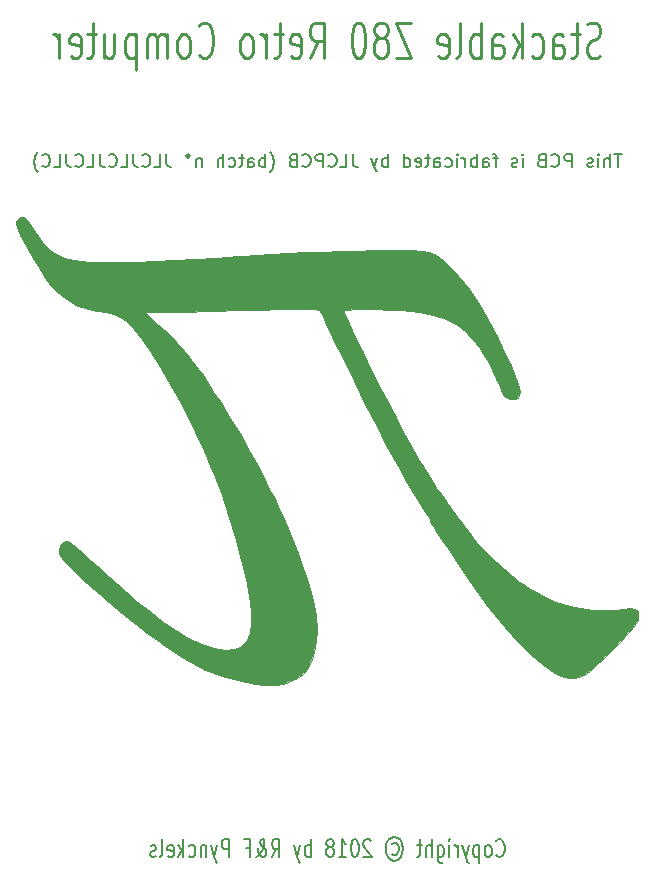
<source format=gbo>
%TF.GenerationSoftware,KiCad,Pcbnew,(5.0.0)*%
%TF.CreationDate,2018-10-23T17:27:05+02:00*%
%TF.ProjectId,S80 Serial,5338302053657269616C2E6B69636164,1.0*%
%TF.SameCoordinates,Original*%
%TF.FileFunction,Legend,Bot*%
%TF.FilePolarity,Positive*%
%FSLAX46Y46*%
G04 Gerber Fmt 4.6, Leading zero omitted, Abs format (unit mm)*
G04 Created by KiCad (PCBNEW (5.0.0)) date 10/23/18 17:27:05*
%MOMM*%
%LPD*%
G01*
G04 APERTURE LIST*
%ADD10C,0.150000*%
%ADD11C,0.250000*%
%ADD12C,0.010000*%
G04 APERTURE END LIST*
D10*
X174759523Y-79397619D02*
X174130952Y-79397619D01*
X174445238Y-80497619D02*
X174445238Y-79397619D01*
X173764285Y-80497619D02*
X173764285Y-79397619D01*
X173292857Y-80497619D02*
X173292857Y-79921428D01*
X173345238Y-79816666D01*
X173450000Y-79764285D01*
X173607142Y-79764285D01*
X173711904Y-79816666D01*
X173764285Y-79869047D01*
X172769047Y-80497619D02*
X172769047Y-79764285D01*
X172769047Y-79397619D02*
X172821428Y-79450000D01*
X172769047Y-79502380D01*
X172716666Y-79450000D01*
X172769047Y-79397619D01*
X172769047Y-79502380D01*
X172297619Y-80445238D02*
X172192857Y-80497619D01*
X171983333Y-80497619D01*
X171878571Y-80445238D01*
X171826190Y-80340476D01*
X171826190Y-80288095D01*
X171878571Y-80183333D01*
X171983333Y-80130952D01*
X172140476Y-80130952D01*
X172245238Y-80078571D01*
X172297619Y-79973809D01*
X172297619Y-79921428D01*
X172245238Y-79816666D01*
X172140476Y-79764285D01*
X171983333Y-79764285D01*
X171878571Y-79816666D01*
X170516666Y-80497619D02*
X170516666Y-79397619D01*
X170097619Y-79397619D01*
X169992857Y-79450000D01*
X169940476Y-79502380D01*
X169888095Y-79607142D01*
X169888095Y-79764285D01*
X169940476Y-79869047D01*
X169992857Y-79921428D01*
X170097619Y-79973809D01*
X170516666Y-79973809D01*
X168788095Y-80392857D02*
X168840476Y-80445238D01*
X168997619Y-80497619D01*
X169102380Y-80497619D01*
X169259523Y-80445238D01*
X169364285Y-80340476D01*
X169416666Y-80235714D01*
X169469047Y-80026190D01*
X169469047Y-79869047D01*
X169416666Y-79659523D01*
X169364285Y-79554761D01*
X169259523Y-79450000D01*
X169102380Y-79397619D01*
X168997619Y-79397619D01*
X168840476Y-79450000D01*
X168788095Y-79502380D01*
X167950000Y-79921428D02*
X167792857Y-79973809D01*
X167740476Y-80026190D01*
X167688095Y-80130952D01*
X167688095Y-80288095D01*
X167740476Y-80392857D01*
X167792857Y-80445238D01*
X167897619Y-80497619D01*
X168316666Y-80497619D01*
X168316666Y-79397619D01*
X167950000Y-79397619D01*
X167845238Y-79450000D01*
X167792857Y-79502380D01*
X167740476Y-79607142D01*
X167740476Y-79711904D01*
X167792857Y-79816666D01*
X167845238Y-79869047D01*
X167950000Y-79921428D01*
X168316666Y-79921428D01*
X166378571Y-80497619D02*
X166378571Y-79764285D01*
X166378571Y-79397619D02*
X166430952Y-79450000D01*
X166378571Y-79502380D01*
X166326190Y-79450000D01*
X166378571Y-79397619D01*
X166378571Y-79502380D01*
X165907142Y-80445238D02*
X165802380Y-80497619D01*
X165592857Y-80497619D01*
X165488095Y-80445238D01*
X165435714Y-80340476D01*
X165435714Y-80288095D01*
X165488095Y-80183333D01*
X165592857Y-80130952D01*
X165750000Y-80130952D01*
X165854761Y-80078571D01*
X165907142Y-79973809D01*
X165907142Y-79921428D01*
X165854761Y-79816666D01*
X165750000Y-79764285D01*
X165592857Y-79764285D01*
X165488095Y-79816666D01*
X164283333Y-79764285D02*
X163864285Y-79764285D01*
X164126190Y-80497619D02*
X164126190Y-79554761D01*
X164073809Y-79450000D01*
X163969047Y-79397619D01*
X163864285Y-79397619D01*
X163026190Y-80497619D02*
X163026190Y-79921428D01*
X163078571Y-79816666D01*
X163183333Y-79764285D01*
X163392857Y-79764285D01*
X163497619Y-79816666D01*
X163026190Y-80445238D02*
X163130952Y-80497619D01*
X163392857Y-80497619D01*
X163497619Y-80445238D01*
X163550000Y-80340476D01*
X163550000Y-80235714D01*
X163497619Y-80130952D01*
X163392857Y-80078571D01*
X163130952Y-80078571D01*
X163026190Y-80026190D01*
X162502380Y-80497619D02*
X162502380Y-79397619D01*
X162502380Y-79816666D02*
X162397619Y-79764285D01*
X162188095Y-79764285D01*
X162083333Y-79816666D01*
X162030952Y-79869047D01*
X161978571Y-79973809D01*
X161978571Y-80288095D01*
X162030952Y-80392857D01*
X162083333Y-80445238D01*
X162188095Y-80497619D01*
X162397619Y-80497619D01*
X162502380Y-80445238D01*
X161507142Y-80497619D02*
X161507142Y-79764285D01*
X161507142Y-79973809D02*
X161454761Y-79869047D01*
X161402380Y-79816666D01*
X161297619Y-79764285D01*
X161192857Y-79764285D01*
X160826190Y-80497619D02*
X160826190Y-79764285D01*
X160826190Y-79397619D02*
X160878571Y-79450000D01*
X160826190Y-79502380D01*
X160773809Y-79450000D01*
X160826190Y-79397619D01*
X160826190Y-79502380D01*
X159830952Y-80445238D02*
X159935714Y-80497619D01*
X160145238Y-80497619D01*
X160250000Y-80445238D01*
X160302380Y-80392857D01*
X160354761Y-80288095D01*
X160354761Y-79973809D01*
X160302380Y-79869047D01*
X160250000Y-79816666D01*
X160145238Y-79764285D01*
X159935714Y-79764285D01*
X159830952Y-79816666D01*
X158888095Y-80497619D02*
X158888095Y-79921428D01*
X158940476Y-79816666D01*
X159045238Y-79764285D01*
X159254761Y-79764285D01*
X159359523Y-79816666D01*
X158888095Y-80445238D02*
X158992857Y-80497619D01*
X159254761Y-80497619D01*
X159359523Y-80445238D01*
X159411904Y-80340476D01*
X159411904Y-80235714D01*
X159359523Y-80130952D01*
X159254761Y-80078571D01*
X158992857Y-80078571D01*
X158888095Y-80026190D01*
X158521428Y-79764285D02*
X158102380Y-79764285D01*
X158364285Y-79397619D02*
X158364285Y-80340476D01*
X158311904Y-80445238D01*
X158207142Y-80497619D01*
X158102380Y-80497619D01*
X157316666Y-80445238D02*
X157421428Y-80497619D01*
X157630952Y-80497619D01*
X157735714Y-80445238D01*
X157788095Y-80340476D01*
X157788095Y-79921428D01*
X157735714Y-79816666D01*
X157630952Y-79764285D01*
X157421428Y-79764285D01*
X157316666Y-79816666D01*
X157264285Y-79921428D01*
X157264285Y-80026190D01*
X157788095Y-80130952D01*
X156321428Y-80497619D02*
X156321428Y-79397619D01*
X156321428Y-80445238D02*
X156426190Y-80497619D01*
X156635714Y-80497619D01*
X156740476Y-80445238D01*
X156792857Y-80392857D01*
X156845238Y-80288095D01*
X156845238Y-79973809D01*
X156792857Y-79869047D01*
X156740476Y-79816666D01*
X156635714Y-79764285D01*
X156426190Y-79764285D01*
X156321428Y-79816666D01*
X154959523Y-80497619D02*
X154959523Y-79397619D01*
X154959523Y-79816666D02*
X154854761Y-79764285D01*
X154645238Y-79764285D01*
X154540476Y-79816666D01*
X154488095Y-79869047D01*
X154435714Y-79973809D01*
X154435714Y-80288095D01*
X154488095Y-80392857D01*
X154540476Y-80445238D01*
X154645238Y-80497619D01*
X154854761Y-80497619D01*
X154959523Y-80445238D01*
X154069047Y-79764285D02*
X153807142Y-80497619D01*
X153545238Y-79764285D02*
X153807142Y-80497619D01*
X153911904Y-80759523D01*
X153964285Y-80811904D01*
X154069047Y-80864285D01*
X151973809Y-79397619D02*
X151973809Y-80183333D01*
X152026190Y-80340476D01*
X152130952Y-80445238D01*
X152288095Y-80497619D01*
X152392857Y-80497619D01*
X150926190Y-80497619D02*
X151450000Y-80497619D01*
X151450000Y-79397619D01*
X149930952Y-80392857D02*
X149983333Y-80445238D01*
X150140476Y-80497619D01*
X150245238Y-80497619D01*
X150402380Y-80445238D01*
X150507142Y-80340476D01*
X150559523Y-80235714D01*
X150611904Y-80026190D01*
X150611904Y-79869047D01*
X150559523Y-79659523D01*
X150507142Y-79554761D01*
X150402380Y-79450000D01*
X150245238Y-79397619D01*
X150140476Y-79397619D01*
X149983333Y-79450000D01*
X149930952Y-79502380D01*
X149459523Y-80497619D02*
X149459523Y-79397619D01*
X149040476Y-79397619D01*
X148935714Y-79450000D01*
X148883333Y-79502380D01*
X148830952Y-79607142D01*
X148830952Y-79764285D01*
X148883333Y-79869047D01*
X148935714Y-79921428D01*
X149040476Y-79973809D01*
X149459523Y-79973809D01*
X147730952Y-80392857D02*
X147783333Y-80445238D01*
X147940476Y-80497619D01*
X148045238Y-80497619D01*
X148202380Y-80445238D01*
X148307142Y-80340476D01*
X148359523Y-80235714D01*
X148411904Y-80026190D01*
X148411904Y-79869047D01*
X148359523Y-79659523D01*
X148307142Y-79554761D01*
X148202380Y-79450000D01*
X148045238Y-79397619D01*
X147940476Y-79397619D01*
X147783333Y-79450000D01*
X147730952Y-79502380D01*
X146892857Y-79921428D02*
X146735714Y-79973809D01*
X146683333Y-80026190D01*
X146630952Y-80130952D01*
X146630952Y-80288095D01*
X146683333Y-80392857D01*
X146735714Y-80445238D01*
X146840476Y-80497619D01*
X147259523Y-80497619D01*
X147259523Y-79397619D01*
X146892857Y-79397619D01*
X146788095Y-79450000D01*
X146735714Y-79502380D01*
X146683333Y-79607142D01*
X146683333Y-79711904D01*
X146735714Y-79816666D01*
X146788095Y-79869047D01*
X146892857Y-79921428D01*
X147259523Y-79921428D01*
X145007142Y-80916666D02*
X145059523Y-80864285D01*
X145164285Y-80707142D01*
X145216666Y-80602380D01*
X145269047Y-80445238D01*
X145321428Y-80183333D01*
X145321428Y-79973809D01*
X145269047Y-79711904D01*
X145216666Y-79554761D01*
X145164285Y-79450000D01*
X145059523Y-79292857D01*
X145007142Y-79240476D01*
X144588095Y-80497619D02*
X144588095Y-79397619D01*
X144588095Y-79816666D02*
X144483333Y-79764285D01*
X144273809Y-79764285D01*
X144169047Y-79816666D01*
X144116666Y-79869047D01*
X144064285Y-79973809D01*
X144064285Y-80288095D01*
X144116666Y-80392857D01*
X144169047Y-80445238D01*
X144273809Y-80497619D01*
X144483333Y-80497619D01*
X144588095Y-80445238D01*
X143121428Y-80497619D02*
X143121428Y-79921428D01*
X143173809Y-79816666D01*
X143278571Y-79764285D01*
X143488095Y-79764285D01*
X143592857Y-79816666D01*
X143121428Y-80445238D02*
X143226190Y-80497619D01*
X143488095Y-80497619D01*
X143592857Y-80445238D01*
X143645238Y-80340476D01*
X143645238Y-80235714D01*
X143592857Y-80130952D01*
X143488095Y-80078571D01*
X143226190Y-80078571D01*
X143121428Y-80026190D01*
X142754761Y-79764285D02*
X142335714Y-79764285D01*
X142597619Y-79397619D02*
X142597619Y-80340476D01*
X142545238Y-80445238D01*
X142440476Y-80497619D01*
X142335714Y-80497619D01*
X141497619Y-80445238D02*
X141602380Y-80497619D01*
X141811904Y-80497619D01*
X141916666Y-80445238D01*
X141969047Y-80392857D01*
X142021428Y-80288095D01*
X142021428Y-79973809D01*
X141969047Y-79869047D01*
X141916666Y-79816666D01*
X141811904Y-79764285D01*
X141602380Y-79764285D01*
X141497619Y-79816666D01*
X141026190Y-80497619D02*
X141026190Y-79397619D01*
X140554761Y-80497619D02*
X140554761Y-79921428D01*
X140607142Y-79816666D01*
X140711904Y-79764285D01*
X140869047Y-79764285D01*
X140973809Y-79816666D01*
X141026190Y-79869047D01*
X139192857Y-79764285D02*
X139192857Y-80497619D01*
X139192857Y-79869047D02*
X139140476Y-79816666D01*
X139035714Y-79764285D01*
X138878571Y-79764285D01*
X138773809Y-79816666D01*
X138721428Y-79921428D01*
X138721428Y-80497619D01*
X138040476Y-79397619D02*
X138145238Y-79450000D01*
X138197619Y-79554761D01*
X138145238Y-79659523D01*
X138040476Y-79711904D01*
X137935714Y-79659523D01*
X137883333Y-79554761D01*
X137935714Y-79450000D01*
X138040476Y-79397619D01*
X136207142Y-79397619D02*
X136207142Y-80183333D01*
X136259523Y-80340476D01*
X136364285Y-80445238D01*
X136521428Y-80497619D01*
X136626190Y-80497619D01*
X135159523Y-80497619D02*
X135683333Y-80497619D01*
X135683333Y-79397619D01*
X134164285Y-80392857D02*
X134216666Y-80445238D01*
X134373809Y-80497619D01*
X134478571Y-80497619D01*
X134635714Y-80445238D01*
X134740476Y-80340476D01*
X134792857Y-80235714D01*
X134845238Y-80026190D01*
X134845238Y-79869047D01*
X134792857Y-79659523D01*
X134740476Y-79554761D01*
X134635714Y-79450000D01*
X134478571Y-79397619D01*
X134373809Y-79397619D01*
X134216666Y-79450000D01*
X134164285Y-79502380D01*
X133378571Y-79397619D02*
X133378571Y-80183333D01*
X133430952Y-80340476D01*
X133535714Y-80445238D01*
X133692857Y-80497619D01*
X133797619Y-80497619D01*
X132330952Y-80497619D02*
X132854761Y-80497619D01*
X132854761Y-79397619D01*
X131335714Y-80392857D02*
X131388095Y-80445238D01*
X131545238Y-80497619D01*
X131649999Y-80497619D01*
X131807142Y-80445238D01*
X131911904Y-80340476D01*
X131964285Y-80235714D01*
X132016666Y-80026190D01*
X132016666Y-79869047D01*
X131964285Y-79659523D01*
X131911904Y-79554761D01*
X131807142Y-79450000D01*
X131649999Y-79397619D01*
X131545238Y-79397619D01*
X131388095Y-79450000D01*
X131335714Y-79502380D01*
X130549999Y-79397619D02*
X130549999Y-80183333D01*
X130602380Y-80340476D01*
X130707142Y-80445238D01*
X130864285Y-80497619D01*
X130969047Y-80497619D01*
X129502380Y-80497619D02*
X130026190Y-80497619D01*
X130026190Y-79397619D01*
X128507142Y-80392857D02*
X128559523Y-80445238D01*
X128716666Y-80497619D01*
X128821428Y-80497619D01*
X128978571Y-80445238D01*
X129083333Y-80340476D01*
X129135714Y-80235714D01*
X129188095Y-80026190D01*
X129188095Y-79869047D01*
X129135714Y-79659523D01*
X129083333Y-79554761D01*
X128978571Y-79450000D01*
X128821428Y-79397619D01*
X128716666Y-79397619D01*
X128559523Y-79450000D01*
X128507142Y-79502380D01*
X127721428Y-79397619D02*
X127721428Y-80183333D01*
X127773809Y-80340476D01*
X127878571Y-80445238D01*
X128035714Y-80497619D01*
X128140476Y-80497619D01*
X126673809Y-80497619D02*
X127197619Y-80497619D01*
X127197619Y-79397619D01*
X125678571Y-80392857D02*
X125730952Y-80445238D01*
X125888095Y-80497619D01*
X125992857Y-80497619D01*
X126149999Y-80445238D01*
X126254761Y-80340476D01*
X126307142Y-80235714D01*
X126359523Y-80026190D01*
X126359523Y-79869047D01*
X126307142Y-79659523D01*
X126254761Y-79554761D01*
X126149999Y-79450000D01*
X125992857Y-79397619D01*
X125888095Y-79397619D01*
X125730952Y-79450000D01*
X125678571Y-79502380D01*
X125311904Y-80916666D02*
X125259523Y-80864285D01*
X125154761Y-80707142D01*
X125102380Y-80602380D01*
X125049999Y-80445238D01*
X124997619Y-80183333D01*
X124997619Y-79973809D01*
X125049999Y-79711904D01*
X125102380Y-79554761D01*
X125154761Y-79450000D01*
X125259523Y-79292857D01*
X125311904Y-79240476D01*
X164155710Y-138782834D02*
X164208091Y-138854262D01*
X164365234Y-138925691D01*
X164469996Y-138925691D01*
X164627139Y-138854262D01*
X164731900Y-138711405D01*
X164784281Y-138568548D01*
X164836662Y-138282834D01*
X164836662Y-138068548D01*
X164784281Y-137782834D01*
X164731900Y-137639977D01*
X164627139Y-137497120D01*
X164469996Y-137425691D01*
X164365234Y-137425691D01*
X164208091Y-137497120D01*
X164155710Y-137568548D01*
X163527139Y-138925691D02*
X163631900Y-138854262D01*
X163684281Y-138782834D01*
X163736662Y-138639977D01*
X163736662Y-138211405D01*
X163684281Y-138068548D01*
X163631900Y-137997120D01*
X163527139Y-137925691D01*
X163369996Y-137925691D01*
X163265234Y-137997120D01*
X163212853Y-138068548D01*
X163160472Y-138211405D01*
X163160472Y-138639977D01*
X163212853Y-138782834D01*
X163265234Y-138854262D01*
X163369996Y-138925691D01*
X163527139Y-138925691D01*
X162689043Y-137925691D02*
X162689043Y-139425691D01*
X162689043Y-137997120D02*
X162584281Y-137925691D01*
X162374758Y-137925691D01*
X162269996Y-137997120D01*
X162217615Y-138068548D01*
X162165234Y-138211405D01*
X162165234Y-138639977D01*
X162217615Y-138782834D01*
X162269996Y-138854262D01*
X162374758Y-138925691D01*
X162584281Y-138925691D01*
X162689043Y-138854262D01*
X161798567Y-137925691D02*
X161536662Y-138925691D01*
X161274758Y-137925691D02*
X161536662Y-138925691D01*
X161641424Y-139282834D01*
X161693805Y-139354262D01*
X161798567Y-139425691D01*
X160855710Y-138925691D02*
X160855710Y-137925691D01*
X160855710Y-138211405D02*
X160803329Y-138068548D01*
X160750948Y-137997120D01*
X160646186Y-137925691D01*
X160541424Y-137925691D01*
X160174758Y-138925691D02*
X160174758Y-137925691D01*
X160174758Y-137425691D02*
X160227139Y-137497120D01*
X160174758Y-137568548D01*
X160122377Y-137497120D01*
X160174758Y-137425691D01*
X160174758Y-137568548D01*
X159179520Y-137925691D02*
X159179520Y-139139977D01*
X159231900Y-139282834D01*
X159284281Y-139354262D01*
X159389043Y-139425691D01*
X159546186Y-139425691D01*
X159650948Y-139354262D01*
X159179520Y-138854262D02*
X159284281Y-138925691D01*
X159493805Y-138925691D01*
X159598567Y-138854262D01*
X159650948Y-138782834D01*
X159703329Y-138639977D01*
X159703329Y-138211405D01*
X159650948Y-138068548D01*
X159598567Y-137997120D01*
X159493805Y-137925691D01*
X159284281Y-137925691D01*
X159179520Y-137997120D01*
X158655710Y-138925691D02*
X158655710Y-137425691D01*
X158184281Y-138925691D02*
X158184281Y-138139977D01*
X158236662Y-137997120D01*
X158341424Y-137925691D01*
X158498567Y-137925691D01*
X158603329Y-137997120D01*
X158655710Y-138068548D01*
X157817615Y-137925691D02*
X157398567Y-137925691D01*
X157660472Y-137425691D02*
X157660472Y-138711405D01*
X157608091Y-138854262D01*
X157503329Y-138925691D01*
X157398567Y-138925691D01*
X155303329Y-137782834D02*
X155408091Y-137711405D01*
X155617615Y-137711405D01*
X155722377Y-137782834D01*
X155827139Y-137925691D01*
X155879520Y-138068548D01*
X155879520Y-138354262D01*
X155827139Y-138497120D01*
X155722377Y-138639977D01*
X155617615Y-138711405D01*
X155408091Y-138711405D01*
X155303329Y-138639977D01*
X155512853Y-137211405D02*
X155774758Y-137282834D01*
X156036662Y-137497120D01*
X156193805Y-137854262D01*
X156246186Y-138211405D01*
X156193805Y-138568548D01*
X156036662Y-138925691D01*
X155774758Y-139139977D01*
X155512853Y-139211405D01*
X155250948Y-139139977D01*
X154989043Y-138925691D01*
X154831900Y-138568548D01*
X154779520Y-138211405D01*
X154831900Y-137854262D01*
X154989043Y-137497120D01*
X155250948Y-137282834D01*
X155512853Y-137211405D01*
X153522377Y-137568548D02*
X153469996Y-137497120D01*
X153365234Y-137425691D01*
X153103329Y-137425691D01*
X152998567Y-137497120D01*
X152946186Y-137568548D01*
X152893805Y-137711405D01*
X152893805Y-137854262D01*
X152946186Y-138068548D01*
X153574758Y-138925691D01*
X152893805Y-138925691D01*
X152212853Y-137425691D02*
X152108091Y-137425691D01*
X152003329Y-137497120D01*
X151950948Y-137568548D01*
X151898567Y-137711405D01*
X151846186Y-137997120D01*
X151846186Y-138354262D01*
X151898567Y-138639977D01*
X151950948Y-138782834D01*
X152003329Y-138854262D01*
X152108091Y-138925691D01*
X152212853Y-138925691D01*
X152317615Y-138854262D01*
X152369996Y-138782834D01*
X152422377Y-138639977D01*
X152474758Y-138354262D01*
X152474758Y-137997120D01*
X152422377Y-137711405D01*
X152369996Y-137568548D01*
X152317615Y-137497120D01*
X152212853Y-137425691D01*
X150798567Y-138925691D02*
X151427139Y-138925691D01*
X151112853Y-138925691D02*
X151112853Y-137425691D01*
X151217615Y-137639977D01*
X151322377Y-137782834D01*
X151427139Y-137854262D01*
X150169996Y-138068548D02*
X150274758Y-137997120D01*
X150327139Y-137925691D01*
X150379520Y-137782834D01*
X150379520Y-137711405D01*
X150327139Y-137568548D01*
X150274758Y-137497120D01*
X150169996Y-137425691D01*
X149960472Y-137425691D01*
X149855710Y-137497120D01*
X149803329Y-137568548D01*
X149750948Y-137711405D01*
X149750948Y-137782834D01*
X149803329Y-137925691D01*
X149855710Y-137997120D01*
X149960472Y-138068548D01*
X150169996Y-138068548D01*
X150274758Y-138139977D01*
X150327139Y-138211405D01*
X150379520Y-138354262D01*
X150379520Y-138639977D01*
X150327139Y-138782834D01*
X150274758Y-138854262D01*
X150169996Y-138925691D01*
X149960472Y-138925691D01*
X149855710Y-138854262D01*
X149803329Y-138782834D01*
X149750948Y-138639977D01*
X149750948Y-138354262D01*
X149803329Y-138211405D01*
X149855710Y-138139977D01*
X149960472Y-138068548D01*
X148441424Y-138925691D02*
X148441424Y-137425691D01*
X148441424Y-137997120D02*
X148336662Y-137925691D01*
X148127139Y-137925691D01*
X148022377Y-137997120D01*
X147969996Y-138068548D01*
X147917615Y-138211405D01*
X147917615Y-138639977D01*
X147969996Y-138782834D01*
X148022377Y-138854262D01*
X148127139Y-138925691D01*
X148336662Y-138925691D01*
X148441424Y-138854262D01*
X147550948Y-137925691D02*
X147289043Y-138925691D01*
X147027139Y-137925691D02*
X147289043Y-138925691D01*
X147393805Y-139282834D01*
X147446186Y-139354262D01*
X147550948Y-139425691D01*
X145141424Y-138925691D02*
X145508091Y-138211405D01*
X145769996Y-138925691D02*
X145769996Y-137425691D01*
X145350948Y-137425691D01*
X145246186Y-137497120D01*
X145193805Y-137568548D01*
X145141424Y-137711405D01*
X145141424Y-137925691D01*
X145193805Y-138068548D01*
X145246186Y-138139977D01*
X145350948Y-138211405D01*
X145769996Y-138211405D01*
X143779520Y-138925691D02*
X143831900Y-138925691D01*
X143936662Y-138854262D01*
X144093805Y-138639977D01*
X144355710Y-138211405D01*
X144460472Y-137997120D01*
X144512853Y-137782834D01*
X144512853Y-137639977D01*
X144460472Y-137497120D01*
X144355710Y-137425691D01*
X144303329Y-137425691D01*
X144198567Y-137497120D01*
X144146186Y-137639977D01*
X144146186Y-137711405D01*
X144198567Y-137854262D01*
X144250948Y-137925691D01*
X144565234Y-138211405D01*
X144617615Y-138282834D01*
X144669996Y-138425691D01*
X144669996Y-138639977D01*
X144617615Y-138782834D01*
X144565234Y-138854262D01*
X144460472Y-138925691D01*
X144303329Y-138925691D01*
X144198567Y-138854262D01*
X144146186Y-138782834D01*
X143989043Y-138497120D01*
X143936662Y-138282834D01*
X143936662Y-138139977D01*
X142941424Y-138139977D02*
X143308091Y-138139977D01*
X143308091Y-138925691D02*
X143308091Y-137425691D01*
X142784281Y-137425691D01*
X141527139Y-138925691D02*
X141527139Y-137425691D01*
X141108091Y-137425691D01*
X141003329Y-137497120D01*
X140950948Y-137568548D01*
X140898567Y-137711405D01*
X140898567Y-137925691D01*
X140950948Y-138068548D01*
X141003329Y-138139977D01*
X141108091Y-138211405D01*
X141527139Y-138211405D01*
X140531900Y-137925691D02*
X140269996Y-138925691D01*
X140008091Y-137925691D02*
X140269996Y-138925691D01*
X140374758Y-139282834D01*
X140427139Y-139354262D01*
X140531900Y-139425691D01*
X139589043Y-137925691D02*
X139589043Y-138925691D01*
X139589043Y-138068548D02*
X139536662Y-137997120D01*
X139431900Y-137925691D01*
X139274758Y-137925691D01*
X139169996Y-137997120D01*
X139117615Y-138139977D01*
X139117615Y-138925691D01*
X138122377Y-138854262D02*
X138227139Y-138925691D01*
X138436662Y-138925691D01*
X138541424Y-138854262D01*
X138593805Y-138782834D01*
X138646186Y-138639977D01*
X138646186Y-138211405D01*
X138593805Y-138068548D01*
X138541424Y-137997120D01*
X138436662Y-137925691D01*
X138227139Y-137925691D01*
X138122377Y-137997120D01*
X137650948Y-138925691D02*
X137650948Y-137425691D01*
X137546186Y-138354262D02*
X137231900Y-138925691D01*
X137231900Y-137925691D02*
X137650948Y-138497120D01*
X136341424Y-138854262D02*
X136446186Y-138925691D01*
X136655710Y-138925691D01*
X136760472Y-138854262D01*
X136812853Y-138711405D01*
X136812853Y-138139977D01*
X136760472Y-137997120D01*
X136655710Y-137925691D01*
X136446186Y-137925691D01*
X136341424Y-137997120D01*
X136289043Y-138139977D01*
X136289043Y-138282834D01*
X136812853Y-138425691D01*
X135660472Y-138925691D02*
X135765234Y-138854262D01*
X135817615Y-138711405D01*
X135817615Y-137425691D01*
X135293805Y-138854262D02*
X135189043Y-138925691D01*
X134979520Y-138925691D01*
X134874758Y-138854262D01*
X134822377Y-138711405D01*
X134822377Y-138639977D01*
X134874758Y-138497120D01*
X134979520Y-138425691D01*
X135136662Y-138425691D01*
X135241424Y-138354262D01*
X135293805Y-138211405D01*
X135293805Y-138139977D01*
X135241424Y-137997120D01*
X135136662Y-137925691D01*
X134979520Y-137925691D01*
X134874758Y-137997120D01*
D11*
X172955238Y-71124485D02*
X172669523Y-71267342D01*
X172193333Y-71267342D01*
X172002857Y-71124485D01*
X171907619Y-70981628D01*
X171812380Y-70695914D01*
X171812380Y-70410200D01*
X171907619Y-70124485D01*
X172002857Y-69981628D01*
X172193333Y-69838771D01*
X172574285Y-69695914D01*
X172764761Y-69553057D01*
X172860000Y-69410200D01*
X172955238Y-69124485D01*
X172955238Y-68838771D01*
X172860000Y-68553057D01*
X172764761Y-68410200D01*
X172574285Y-68267342D01*
X172098095Y-68267342D01*
X171812380Y-68410200D01*
X171240952Y-69267342D02*
X170479047Y-69267342D01*
X170955238Y-68267342D02*
X170955238Y-70838771D01*
X170860000Y-71124485D01*
X170669523Y-71267342D01*
X170479047Y-71267342D01*
X168955238Y-71267342D02*
X168955238Y-69695914D01*
X169050476Y-69410200D01*
X169240952Y-69267342D01*
X169621904Y-69267342D01*
X169812380Y-69410200D01*
X168955238Y-71124485D02*
X169145714Y-71267342D01*
X169621904Y-71267342D01*
X169812380Y-71124485D01*
X169907619Y-70838771D01*
X169907619Y-70553057D01*
X169812380Y-70267342D01*
X169621904Y-70124485D01*
X169145714Y-70124485D01*
X168955238Y-69981628D01*
X167145714Y-71124485D02*
X167336190Y-71267342D01*
X167717142Y-71267342D01*
X167907619Y-71124485D01*
X168002857Y-70981628D01*
X168098095Y-70695914D01*
X168098095Y-69838771D01*
X168002857Y-69553057D01*
X167907619Y-69410200D01*
X167717142Y-69267342D01*
X167336190Y-69267342D01*
X167145714Y-69410200D01*
X166288571Y-71267342D02*
X166288571Y-68267342D01*
X166098095Y-70124485D02*
X165526666Y-71267342D01*
X165526666Y-69267342D02*
X166288571Y-70410200D01*
X163812380Y-71267342D02*
X163812380Y-69695914D01*
X163907619Y-69410200D01*
X164098095Y-69267342D01*
X164479047Y-69267342D01*
X164669523Y-69410200D01*
X163812380Y-71124485D02*
X164002857Y-71267342D01*
X164479047Y-71267342D01*
X164669523Y-71124485D01*
X164764761Y-70838771D01*
X164764761Y-70553057D01*
X164669523Y-70267342D01*
X164479047Y-70124485D01*
X164002857Y-70124485D01*
X163812380Y-69981628D01*
X162860000Y-71267342D02*
X162860000Y-68267342D01*
X162860000Y-69410200D02*
X162669523Y-69267342D01*
X162288571Y-69267342D01*
X162098095Y-69410200D01*
X162002857Y-69553057D01*
X161907619Y-69838771D01*
X161907619Y-70695914D01*
X162002857Y-70981628D01*
X162098095Y-71124485D01*
X162288571Y-71267342D01*
X162669523Y-71267342D01*
X162860000Y-71124485D01*
X160764761Y-71267342D02*
X160955238Y-71124485D01*
X161050476Y-70838771D01*
X161050476Y-68267342D01*
X159240952Y-71124485D02*
X159431428Y-71267342D01*
X159812380Y-71267342D01*
X160002857Y-71124485D01*
X160098095Y-70838771D01*
X160098095Y-69695914D01*
X160002857Y-69410200D01*
X159812380Y-69267342D01*
X159431428Y-69267342D01*
X159240952Y-69410200D01*
X159145714Y-69695914D01*
X159145714Y-69981628D01*
X160098095Y-70267342D01*
X156955238Y-68267342D02*
X155621904Y-68267342D01*
X156955238Y-71267342D01*
X155621904Y-71267342D01*
X154574285Y-69553057D02*
X154764761Y-69410200D01*
X154860000Y-69267342D01*
X154955238Y-68981628D01*
X154955238Y-68838771D01*
X154860000Y-68553057D01*
X154764761Y-68410200D01*
X154574285Y-68267342D01*
X154193333Y-68267342D01*
X154002857Y-68410200D01*
X153907619Y-68553057D01*
X153812380Y-68838771D01*
X153812380Y-68981628D01*
X153907619Y-69267342D01*
X154002857Y-69410200D01*
X154193333Y-69553057D01*
X154574285Y-69553057D01*
X154764761Y-69695914D01*
X154860000Y-69838771D01*
X154955238Y-70124485D01*
X154955238Y-70695914D01*
X154860000Y-70981628D01*
X154764761Y-71124485D01*
X154574285Y-71267342D01*
X154193333Y-71267342D01*
X154002857Y-71124485D01*
X153907619Y-70981628D01*
X153812380Y-70695914D01*
X153812380Y-70124485D01*
X153907619Y-69838771D01*
X154002857Y-69695914D01*
X154193333Y-69553057D01*
X152574285Y-68267342D02*
X152383809Y-68267342D01*
X152193333Y-68410200D01*
X152098095Y-68553057D01*
X152002857Y-68838771D01*
X151907619Y-69410200D01*
X151907619Y-70124485D01*
X152002857Y-70695914D01*
X152098095Y-70981628D01*
X152193333Y-71124485D01*
X152383809Y-71267342D01*
X152574285Y-71267342D01*
X152764761Y-71124485D01*
X152860000Y-70981628D01*
X152955238Y-70695914D01*
X153050476Y-70124485D01*
X153050476Y-69410200D01*
X152955238Y-68838771D01*
X152860000Y-68553057D01*
X152764761Y-68410200D01*
X152574285Y-68267342D01*
X148383809Y-71267342D02*
X149050476Y-69838771D01*
X149526666Y-71267342D02*
X149526666Y-68267342D01*
X148764761Y-68267342D01*
X148574285Y-68410200D01*
X148479047Y-68553057D01*
X148383809Y-68838771D01*
X148383809Y-69267342D01*
X148479047Y-69553057D01*
X148574285Y-69695914D01*
X148764761Y-69838771D01*
X149526666Y-69838771D01*
X146764761Y-71124485D02*
X146955238Y-71267342D01*
X147336190Y-71267342D01*
X147526666Y-71124485D01*
X147621904Y-70838771D01*
X147621904Y-69695914D01*
X147526666Y-69410200D01*
X147336190Y-69267342D01*
X146955238Y-69267342D01*
X146764761Y-69410200D01*
X146669523Y-69695914D01*
X146669523Y-69981628D01*
X147621904Y-70267342D01*
X146098095Y-69267342D02*
X145336190Y-69267342D01*
X145812380Y-68267342D02*
X145812380Y-70838771D01*
X145717142Y-71124485D01*
X145526666Y-71267342D01*
X145336190Y-71267342D01*
X144669523Y-71267342D02*
X144669523Y-69267342D01*
X144669523Y-69838771D02*
X144574285Y-69553057D01*
X144479047Y-69410200D01*
X144288571Y-69267342D01*
X144098095Y-69267342D01*
X143145714Y-71267342D02*
X143336190Y-71124485D01*
X143431428Y-70981628D01*
X143526666Y-70695914D01*
X143526666Y-69838771D01*
X143431428Y-69553057D01*
X143336190Y-69410200D01*
X143145714Y-69267342D01*
X142860000Y-69267342D01*
X142669523Y-69410200D01*
X142574285Y-69553057D01*
X142479047Y-69838771D01*
X142479047Y-70695914D01*
X142574285Y-70981628D01*
X142669523Y-71124485D01*
X142860000Y-71267342D01*
X143145714Y-71267342D01*
X138955238Y-70981628D02*
X139050476Y-71124485D01*
X139336190Y-71267342D01*
X139526666Y-71267342D01*
X139812380Y-71124485D01*
X140002857Y-70838771D01*
X140098095Y-70553057D01*
X140193333Y-69981628D01*
X140193333Y-69553057D01*
X140098095Y-68981628D01*
X140002857Y-68695914D01*
X139812380Y-68410200D01*
X139526666Y-68267342D01*
X139336190Y-68267342D01*
X139050476Y-68410200D01*
X138955238Y-68553057D01*
X137812380Y-71267342D02*
X138002857Y-71124485D01*
X138098095Y-70981628D01*
X138193333Y-70695914D01*
X138193333Y-69838771D01*
X138098095Y-69553057D01*
X138002857Y-69410200D01*
X137812380Y-69267342D01*
X137526666Y-69267342D01*
X137336190Y-69410200D01*
X137240952Y-69553057D01*
X137145714Y-69838771D01*
X137145714Y-70695914D01*
X137240952Y-70981628D01*
X137336190Y-71124485D01*
X137526666Y-71267342D01*
X137812380Y-71267342D01*
X136288571Y-71267342D02*
X136288571Y-69267342D01*
X136288571Y-69553057D02*
X136193333Y-69410200D01*
X136002857Y-69267342D01*
X135717142Y-69267342D01*
X135526666Y-69410200D01*
X135431428Y-69695914D01*
X135431428Y-71267342D01*
X135431428Y-69695914D02*
X135336190Y-69410200D01*
X135145714Y-69267342D01*
X134860000Y-69267342D01*
X134669523Y-69410200D01*
X134574285Y-69695914D01*
X134574285Y-71267342D01*
X133621904Y-69267342D02*
X133621904Y-72267342D01*
X133621904Y-69410200D02*
X133431428Y-69267342D01*
X133050476Y-69267342D01*
X132860000Y-69410200D01*
X132764761Y-69553057D01*
X132669523Y-69838771D01*
X132669523Y-70695914D01*
X132764761Y-70981628D01*
X132860000Y-71124485D01*
X133050476Y-71267342D01*
X133431428Y-71267342D01*
X133621904Y-71124485D01*
X130955238Y-69267342D02*
X130955238Y-71267342D01*
X131812380Y-69267342D02*
X131812380Y-70838771D01*
X131717142Y-71124485D01*
X131526666Y-71267342D01*
X131240952Y-71267342D01*
X131050476Y-71124485D01*
X130955238Y-70981628D01*
X130288571Y-69267342D02*
X129526666Y-69267342D01*
X130002857Y-68267342D02*
X130002857Y-70838771D01*
X129907619Y-71124485D01*
X129717142Y-71267342D01*
X129526666Y-71267342D01*
X128098095Y-71124485D02*
X128288571Y-71267342D01*
X128669523Y-71267342D01*
X128860000Y-71124485D01*
X128955238Y-70838771D01*
X128955238Y-69695914D01*
X128860000Y-69410200D01*
X128669523Y-69267342D01*
X128288571Y-69267342D01*
X128098095Y-69410200D01*
X128002857Y-69695914D01*
X128002857Y-69981628D01*
X128955238Y-70267342D01*
X127145714Y-71267342D02*
X127145714Y-69267342D01*
X127145714Y-69838771D02*
X127050476Y-69553057D01*
X126955238Y-69410200D01*
X126764761Y-69267342D01*
X126574285Y-69267342D01*
D12*
G36*
X123936094Y-84725062D02*
X123673519Y-84908190D01*
X123489995Y-85117698D01*
X123443451Y-85314731D01*
X123526694Y-85615292D01*
X123615560Y-85842704D01*
X123810923Y-86255474D01*
X124134618Y-86857679D01*
X124549392Y-87585739D01*
X125017994Y-88376073D01*
X125503170Y-89165103D01*
X125967668Y-89889247D01*
X126123399Y-90122919D01*
X126779443Y-90910652D01*
X127600411Y-91625884D01*
X128369193Y-92110578D01*
X128736612Y-92249791D01*
X129307589Y-92412581D01*
X129987331Y-92573319D01*
X130362476Y-92649524D01*
X131052859Y-92795539D01*
X131676900Y-92953283D01*
X132143691Y-93098600D01*
X132300651Y-93164572D01*
X132805516Y-93534258D01*
X133403765Y-94155911D01*
X134077919Y-95000170D01*
X134810498Y-96037677D01*
X135584021Y-97239074D01*
X136381009Y-98575001D01*
X137183981Y-100016100D01*
X137975460Y-101533013D01*
X138737963Y-103096380D01*
X139454012Y-104676843D01*
X140106126Y-106245043D01*
X140140540Y-106332262D01*
X140880501Y-108298218D01*
X141534341Y-110207576D01*
X142097129Y-112036355D01*
X142563932Y-113760577D01*
X142929822Y-115356263D01*
X143189866Y-116799435D01*
X143339134Y-118066113D01*
X143372695Y-119132320D01*
X143285617Y-119974076D01*
X143072971Y-120567403D01*
X143069142Y-120573729D01*
X142617956Y-121039566D01*
X141979084Y-121296394D01*
X141177865Y-121349807D01*
X140239636Y-121205399D01*
X139189736Y-120868766D01*
X138053503Y-120345502D01*
X136856275Y-119641201D01*
X135934907Y-118998532D01*
X134870918Y-118176194D01*
X133670491Y-117197708D01*
X132406560Y-116125090D01*
X131152061Y-115020359D01*
X129979930Y-113945531D01*
X129864517Y-113836851D01*
X129223341Y-113247935D01*
X128651675Y-112754122D01*
X128190410Y-112388587D01*
X127880437Y-112184503D01*
X127789133Y-112153095D01*
X127457960Y-112286618D01*
X127207270Y-112617642D01*
X127099131Y-113041847D01*
X127122159Y-113274147D01*
X127281588Y-113538955D01*
X127651584Y-113962602D01*
X128202927Y-114519705D01*
X128906401Y-115184881D01*
X129732785Y-115932749D01*
X130652862Y-116737926D01*
X131637414Y-117575029D01*
X132657221Y-118418677D01*
X133683065Y-119243487D01*
X134685727Y-120024076D01*
X135635990Y-120735062D01*
X136073443Y-121050208D01*
X137812290Y-122179533D01*
X139499285Y-123050889D01*
X141191882Y-123688240D01*
X142947534Y-124115550D01*
X143715976Y-124237938D01*
X144514583Y-124336996D01*
X145103116Y-124378157D01*
X145568617Y-124359690D01*
X145998133Y-124279861D01*
X146325812Y-124185973D01*
X147116644Y-123874203D01*
X147711301Y-123468023D01*
X148161636Y-122910007D01*
X148519502Y-122142731D01*
X148717533Y-121537261D01*
X148910088Y-120607057D01*
X148959785Y-119582706D01*
X148861857Y-118435446D01*
X148611538Y-117136513D01*
X148204063Y-115657142D01*
X147634665Y-113968570D01*
X147325493Y-113135833D01*
X147019068Y-112361955D01*
X146641944Y-111457477D01*
X146231319Y-110507280D01*
X145824388Y-109596242D01*
X145458347Y-108809245D01*
X145205337Y-108297738D01*
X144926868Y-107747673D01*
X144647352Y-107175402D01*
X144605954Y-107088214D01*
X144410368Y-106698376D01*
X144112322Y-106133249D01*
X143758545Y-105480558D01*
X143518738Y-105047143D01*
X143128999Y-104348132D01*
X142737847Y-103645026D01*
X142403073Y-103041777D01*
X142257884Y-102779286D01*
X141946678Y-102243418D01*
X141629454Y-101740740D01*
X141447959Y-101479895D01*
X141222207Y-101155318D01*
X141102699Y-100937398D01*
X141097000Y-100911817D01*
X141016418Y-100751903D01*
X140799721Y-100403550D01*
X140484483Y-99925840D01*
X140265453Y-99604285D01*
X139908708Y-99073323D01*
X139628538Y-98631554D01*
X139462753Y-98339963D01*
X139433905Y-98263198D01*
X139330238Y-98066564D01*
X139197754Y-97933418D01*
X138993301Y-97708651D01*
X138695776Y-97318211D01*
X138409487Y-96905632D01*
X137947156Y-96302259D01*
X137266024Y-95547492D01*
X136391758Y-94667894D01*
X135350026Y-93690026D01*
X134973786Y-93350209D01*
X134369024Y-92808896D01*
X135276167Y-92807965D01*
X135622578Y-92803492D01*
X136233912Y-92791107D01*
X137072837Y-92771742D01*
X138102024Y-92746328D01*
X139284143Y-92715798D01*
X140581865Y-92681084D01*
X141957859Y-92643117D01*
X142561388Y-92626106D01*
X144253541Y-92580561D01*
X145661613Y-92548307D01*
X146803609Y-92529308D01*
X147697536Y-92523531D01*
X148361399Y-92530939D01*
X148813204Y-92551499D01*
X149070958Y-92585175D01*
X149142141Y-92613380D01*
X149321796Y-92858967D01*
X149511574Y-93255440D01*
X149550346Y-93358113D01*
X149670657Y-93641771D01*
X149907873Y-94155741D01*
X150242520Y-94860455D01*
X150655128Y-95716346D01*
X151126223Y-96683844D01*
X151636334Y-97723383D01*
X152165988Y-98795393D01*
X152695713Y-99860306D01*
X153206036Y-100878554D01*
X153677487Y-101810569D01*
X154090592Y-102616782D01*
X154372676Y-103157262D01*
X154912600Y-104167212D01*
X155481243Y-105209919D01*
X156054873Y-106243776D01*
X156609758Y-107227176D01*
X157122167Y-108118511D01*
X157568366Y-108876175D01*
X157924624Y-109458559D01*
X158167210Y-109824056D01*
X158200187Y-109867709D01*
X158402448Y-110162813D01*
X158483905Y-110354778D01*
X158562000Y-110543437D01*
X158761650Y-110887085D01*
X158917515Y-111128139D01*
X159142715Y-111465528D01*
X159498270Y-111999851D01*
X159947531Y-112675961D01*
X160453853Y-113438712D01*
X160896702Y-114106417D01*
X162189826Y-115990388D01*
X163460882Y-117712147D01*
X164693777Y-119253640D01*
X165872420Y-120596813D01*
X166980719Y-121723612D01*
X168002582Y-122615984D01*
X168921916Y-123255874D01*
X169178026Y-123397302D01*
X169655668Y-123582736D01*
X170214383Y-123721347D01*
X170325474Y-123738924D01*
X170722505Y-123755996D01*
X171111744Y-123676618D01*
X171535615Y-123475581D01*
X172036544Y-123127673D01*
X172656957Y-122607683D01*
X173439278Y-121890400D01*
X173444608Y-121885392D01*
X174450437Y-120903586D01*
X175232470Y-120060201D01*
X175783842Y-119363718D01*
X176097691Y-118822617D01*
X176173191Y-118513758D01*
X176110213Y-118099727D01*
X175894079Y-117879368D01*
X175483984Y-117832758D01*
X174948327Y-117915747D01*
X174208623Y-118007181D01*
X173278299Y-118023656D01*
X172258002Y-117971443D01*
X171248380Y-117856810D01*
X170350078Y-117686028D01*
X170073562Y-117612079D01*
X169212907Y-117329892D01*
X168434313Y-117003036D01*
X167639305Y-116583911D01*
X166729407Y-116024915D01*
X166552317Y-115910008D01*
X166001065Y-115511734D01*
X165331100Y-114969230D01*
X164598458Y-114334216D01*
X163859172Y-113658413D01*
X163169278Y-112993539D01*
X162584811Y-112391316D01*
X162161807Y-111903463D01*
X162055508Y-111759484D01*
X161817417Y-111424476D01*
X161459419Y-110935881D01*
X161045238Y-110380352D01*
X160888083Y-110171984D01*
X160489078Y-109633691D01*
X160044938Y-109016591D01*
X159590067Y-108370756D01*
X159158869Y-107746258D01*
X158785749Y-107193167D01*
X158505112Y-106761555D01*
X158351361Y-106501492D01*
X158332714Y-106452975D01*
X158253401Y-106293381D01*
X158057478Y-105993337D01*
X158005779Y-105919802D01*
X157692876Y-105436822D01*
X157269216Y-104717837D01*
X156754060Y-103799842D01*
X156166667Y-102719834D01*
X155526297Y-101514810D01*
X154852208Y-100221765D01*
X154163661Y-98877696D01*
X153479916Y-97519599D01*
X152820231Y-96184471D01*
X152203867Y-94909307D01*
X151650082Y-93731105D01*
X151569766Y-93556666D01*
X151118728Y-92573928D01*
X152495662Y-92527169D01*
X153179852Y-92521255D01*
X154057824Y-92538747D01*
X155022163Y-92576314D01*
X155965453Y-92630625D01*
X156071784Y-92638084D01*
X157562283Y-92787396D01*
X158804438Y-93016960D01*
X159846856Y-93350003D01*
X160738148Y-93809752D01*
X161526924Y-94419433D01*
X162261793Y-95202273D01*
X162740481Y-95824524D01*
X163040364Y-96295189D01*
X163406521Y-96949916D01*
X163790491Y-97692997D01*
X164143816Y-98428724D01*
X164418036Y-99061390D01*
X164520913Y-99340863D01*
X164803491Y-99872517D01*
X165205182Y-100143794D01*
X165669458Y-100145957D01*
X165939038Y-100019866D01*
X166086557Y-99788906D01*
X166106645Y-99426456D01*
X165993929Y-98905899D01*
X165743037Y-98200614D01*
X165348599Y-97283985D01*
X164897629Y-96321254D01*
X164618393Y-95731592D01*
X164396389Y-95248093D01*
X164259463Y-94932280D01*
X164229143Y-94844143D01*
X164155520Y-94676161D01*
X163970144Y-94351930D01*
X163874092Y-94196222D01*
X163575700Y-93701190D01*
X163253013Y-93135824D01*
X163152317Y-92951905D01*
X162560698Y-91950827D01*
X161874683Y-90948644D01*
X161137175Y-89996451D01*
X160391074Y-89145348D01*
X159679283Y-88446432D01*
X159044705Y-87950802D01*
X158861881Y-87841820D01*
X158466894Y-87705553D01*
X157844400Y-87608817D01*
X156961584Y-87546963D01*
X156708648Y-87536840D01*
X155972741Y-87524357D01*
X154983690Y-87527895D01*
X153790214Y-87545761D01*
X152441029Y-87576259D01*
X150984856Y-87617695D01*
X149470411Y-87668374D01*
X147946412Y-87726602D01*
X146461577Y-87790684D01*
X145064625Y-87858924D01*
X143804273Y-87929629D01*
X142729240Y-88001105D01*
X142230929Y-88040444D01*
X140445418Y-88181131D01*
X138658952Y-88300780D01*
X136905113Y-88398524D01*
X135217486Y-88473499D01*
X133629653Y-88524839D01*
X132175197Y-88551680D01*
X130887704Y-88553157D01*
X129800755Y-88528404D01*
X128947934Y-88476557D01*
X128366644Y-88397562D01*
X127559883Y-88185062D01*
X126901254Y-87898162D01*
X126328830Y-87489545D01*
X125780680Y-86911897D01*
X125194878Y-86117899D01*
X124998263Y-85823946D01*
X124664223Y-85335500D01*
X124374983Y-84946757D01*
X124183321Y-84727847D01*
X124159530Y-84709467D01*
X123936094Y-84725062D01*
X123936094Y-84725062D01*
G37*
X123936094Y-84725062D02*
X123673519Y-84908190D01*
X123489995Y-85117698D01*
X123443451Y-85314731D01*
X123526694Y-85615292D01*
X123615560Y-85842704D01*
X123810923Y-86255474D01*
X124134618Y-86857679D01*
X124549392Y-87585739D01*
X125017994Y-88376073D01*
X125503170Y-89165103D01*
X125967668Y-89889247D01*
X126123399Y-90122919D01*
X126779443Y-90910652D01*
X127600411Y-91625884D01*
X128369193Y-92110578D01*
X128736612Y-92249791D01*
X129307589Y-92412581D01*
X129987331Y-92573319D01*
X130362476Y-92649524D01*
X131052859Y-92795539D01*
X131676900Y-92953283D01*
X132143691Y-93098600D01*
X132300651Y-93164572D01*
X132805516Y-93534258D01*
X133403765Y-94155911D01*
X134077919Y-95000170D01*
X134810498Y-96037677D01*
X135584021Y-97239074D01*
X136381009Y-98575001D01*
X137183981Y-100016100D01*
X137975460Y-101533013D01*
X138737963Y-103096380D01*
X139454012Y-104676843D01*
X140106126Y-106245043D01*
X140140540Y-106332262D01*
X140880501Y-108298218D01*
X141534341Y-110207576D01*
X142097129Y-112036355D01*
X142563932Y-113760577D01*
X142929822Y-115356263D01*
X143189866Y-116799435D01*
X143339134Y-118066113D01*
X143372695Y-119132320D01*
X143285617Y-119974076D01*
X143072971Y-120567403D01*
X143069142Y-120573729D01*
X142617956Y-121039566D01*
X141979084Y-121296394D01*
X141177865Y-121349807D01*
X140239636Y-121205399D01*
X139189736Y-120868766D01*
X138053503Y-120345502D01*
X136856275Y-119641201D01*
X135934907Y-118998532D01*
X134870918Y-118176194D01*
X133670491Y-117197708D01*
X132406560Y-116125090D01*
X131152061Y-115020359D01*
X129979930Y-113945531D01*
X129864517Y-113836851D01*
X129223341Y-113247935D01*
X128651675Y-112754122D01*
X128190410Y-112388587D01*
X127880437Y-112184503D01*
X127789133Y-112153095D01*
X127457960Y-112286618D01*
X127207270Y-112617642D01*
X127099131Y-113041847D01*
X127122159Y-113274147D01*
X127281588Y-113538955D01*
X127651584Y-113962602D01*
X128202927Y-114519705D01*
X128906401Y-115184881D01*
X129732785Y-115932749D01*
X130652862Y-116737926D01*
X131637414Y-117575029D01*
X132657221Y-118418677D01*
X133683065Y-119243487D01*
X134685727Y-120024076D01*
X135635990Y-120735062D01*
X136073443Y-121050208D01*
X137812290Y-122179533D01*
X139499285Y-123050889D01*
X141191882Y-123688240D01*
X142947534Y-124115550D01*
X143715976Y-124237938D01*
X144514583Y-124336996D01*
X145103116Y-124378157D01*
X145568617Y-124359690D01*
X145998133Y-124279861D01*
X146325812Y-124185973D01*
X147116644Y-123874203D01*
X147711301Y-123468023D01*
X148161636Y-122910007D01*
X148519502Y-122142731D01*
X148717533Y-121537261D01*
X148910088Y-120607057D01*
X148959785Y-119582706D01*
X148861857Y-118435446D01*
X148611538Y-117136513D01*
X148204063Y-115657142D01*
X147634665Y-113968570D01*
X147325493Y-113135833D01*
X147019068Y-112361955D01*
X146641944Y-111457477D01*
X146231319Y-110507280D01*
X145824388Y-109596242D01*
X145458347Y-108809245D01*
X145205337Y-108297738D01*
X144926868Y-107747673D01*
X144647352Y-107175402D01*
X144605954Y-107088214D01*
X144410368Y-106698376D01*
X144112322Y-106133249D01*
X143758545Y-105480558D01*
X143518738Y-105047143D01*
X143128999Y-104348132D01*
X142737847Y-103645026D01*
X142403073Y-103041777D01*
X142257884Y-102779286D01*
X141946678Y-102243418D01*
X141629454Y-101740740D01*
X141447959Y-101479895D01*
X141222207Y-101155318D01*
X141102699Y-100937398D01*
X141097000Y-100911817D01*
X141016418Y-100751903D01*
X140799721Y-100403550D01*
X140484483Y-99925840D01*
X140265453Y-99604285D01*
X139908708Y-99073323D01*
X139628538Y-98631554D01*
X139462753Y-98339963D01*
X139433905Y-98263198D01*
X139330238Y-98066564D01*
X139197754Y-97933418D01*
X138993301Y-97708651D01*
X138695776Y-97318211D01*
X138409487Y-96905632D01*
X137947156Y-96302259D01*
X137266024Y-95547492D01*
X136391758Y-94667894D01*
X135350026Y-93690026D01*
X134973786Y-93350209D01*
X134369024Y-92808896D01*
X135276167Y-92807965D01*
X135622578Y-92803492D01*
X136233912Y-92791107D01*
X137072837Y-92771742D01*
X138102024Y-92746328D01*
X139284143Y-92715798D01*
X140581865Y-92681084D01*
X141957859Y-92643117D01*
X142561388Y-92626106D01*
X144253541Y-92580561D01*
X145661613Y-92548307D01*
X146803609Y-92529308D01*
X147697536Y-92523531D01*
X148361399Y-92530939D01*
X148813204Y-92551499D01*
X149070958Y-92585175D01*
X149142141Y-92613380D01*
X149321796Y-92858967D01*
X149511574Y-93255440D01*
X149550346Y-93358113D01*
X149670657Y-93641771D01*
X149907873Y-94155741D01*
X150242520Y-94860455D01*
X150655128Y-95716346D01*
X151126223Y-96683844D01*
X151636334Y-97723383D01*
X152165988Y-98795393D01*
X152695713Y-99860306D01*
X153206036Y-100878554D01*
X153677487Y-101810569D01*
X154090592Y-102616782D01*
X154372676Y-103157262D01*
X154912600Y-104167212D01*
X155481243Y-105209919D01*
X156054873Y-106243776D01*
X156609758Y-107227176D01*
X157122167Y-108118511D01*
X157568366Y-108876175D01*
X157924624Y-109458559D01*
X158167210Y-109824056D01*
X158200187Y-109867709D01*
X158402448Y-110162813D01*
X158483905Y-110354778D01*
X158562000Y-110543437D01*
X158761650Y-110887085D01*
X158917515Y-111128139D01*
X159142715Y-111465528D01*
X159498270Y-111999851D01*
X159947531Y-112675961D01*
X160453853Y-113438712D01*
X160896702Y-114106417D01*
X162189826Y-115990388D01*
X163460882Y-117712147D01*
X164693777Y-119253640D01*
X165872420Y-120596813D01*
X166980719Y-121723612D01*
X168002582Y-122615984D01*
X168921916Y-123255874D01*
X169178026Y-123397302D01*
X169655668Y-123582736D01*
X170214383Y-123721347D01*
X170325474Y-123738924D01*
X170722505Y-123755996D01*
X171111744Y-123676618D01*
X171535615Y-123475581D01*
X172036544Y-123127673D01*
X172656957Y-122607683D01*
X173439278Y-121890400D01*
X173444608Y-121885392D01*
X174450437Y-120903586D01*
X175232470Y-120060201D01*
X175783842Y-119363718D01*
X176097691Y-118822617D01*
X176173191Y-118513758D01*
X176110213Y-118099727D01*
X175894079Y-117879368D01*
X175483984Y-117832758D01*
X174948327Y-117915747D01*
X174208623Y-118007181D01*
X173278299Y-118023656D01*
X172258002Y-117971443D01*
X171248380Y-117856810D01*
X170350078Y-117686028D01*
X170073562Y-117612079D01*
X169212907Y-117329892D01*
X168434313Y-117003036D01*
X167639305Y-116583911D01*
X166729407Y-116024915D01*
X166552317Y-115910008D01*
X166001065Y-115511734D01*
X165331100Y-114969230D01*
X164598458Y-114334216D01*
X163859172Y-113658413D01*
X163169278Y-112993539D01*
X162584811Y-112391316D01*
X162161807Y-111903463D01*
X162055508Y-111759484D01*
X161817417Y-111424476D01*
X161459419Y-110935881D01*
X161045238Y-110380352D01*
X160888083Y-110171984D01*
X160489078Y-109633691D01*
X160044938Y-109016591D01*
X159590067Y-108370756D01*
X159158869Y-107746258D01*
X158785749Y-107193167D01*
X158505112Y-106761555D01*
X158351361Y-106501492D01*
X158332714Y-106452975D01*
X158253401Y-106293381D01*
X158057478Y-105993337D01*
X158005779Y-105919802D01*
X157692876Y-105436822D01*
X157269216Y-104717837D01*
X156754060Y-103799842D01*
X156166667Y-102719834D01*
X155526297Y-101514810D01*
X154852208Y-100221765D01*
X154163661Y-98877696D01*
X153479916Y-97519599D01*
X152820231Y-96184471D01*
X152203867Y-94909307D01*
X151650082Y-93731105D01*
X151569766Y-93556666D01*
X151118728Y-92573928D01*
X152495662Y-92527169D01*
X153179852Y-92521255D01*
X154057824Y-92538747D01*
X155022163Y-92576314D01*
X155965453Y-92630625D01*
X156071784Y-92638084D01*
X157562283Y-92787396D01*
X158804438Y-93016960D01*
X159846856Y-93350003D01*
X160738148Y-93809752D01*
X161526924Y-94419433D01*
X162261793Y-95202273D01*
X162740481Y-95824524D01*
X163040364Y-96295189D01*
X163406521Y-96949916D01*
X163790491Y-97692997D01*
X164143816Y-98428724D01*
X164418036Y-99061390D01*
X164520913Y-99340863D01*
X164803491Y-99872517D01*
X165205182Y-100143794D01*
X165669458Y-100145957D01*
X165939038Y-100019866D01*
X166086557Y-99788906D01*
X166106645Y-99426456D01*
X165993929Y-98905899D01*
X165743037Y-98200614D01*
X165348599Y-97283985D01*
X164897629Y-96321254D01*
X164618393Y-95731592D01*
X164396389Y-95248093D01*
X164259463Y-94932280D01*
X164229143Y-94844143D01*
X164155520Y-94676161D01*
X163970144Y-94351930D01*
X163874092Y-94196222D01*
X163575700Y-93701190D01*
X163253013Y-93135824D01*
X163152317Y-92951905D01*
X162560698Y-91950827D01*
X161874683Y-90948644D01*
X161137175Y-89996451D01*
X160391074Y-89145348D01*
X159679283Y-88446432D01*
X159044705Y-87950802D01*
X158861881Y-87841820D01*
X158466894Y-87705553D01*
X157844400Y-87608817D01*
X156961584Y-87546963D01*
X156708648Y-87536840D01*
X155972741Y-87524357D01*
X154983690Y-87527895D01*
X153790214Y-87545761D01*
X152441029Y-87576259D01*
X150984856Y-87617695D01*
X149470411Y-87668374D01*
X147946412Y-87726602D01*
X146461577Y-87790684D01*
X145064625Y-87858924D01*
X143804273Y-87929629D01*
X142729240Y-88001105D01*
X142230929Y-88040444D01*
X140445418Y-88181131D01*
X138658952Y-88300780D01*
X136905113Y-88398524D01*
X135217486Y-88473499D01*
X133629653Y-88524839D01*
X132175197Y-88551680D01*
X130887704Y-88553157D01*
X129800755Y-88528404D01*
X128947934Y-88476557D01*
X128366644Y-88397562D01*
X127559883Y-88185062D01*
X126901254Y-87898162D01*
X126328830Y-87489545D01*
X125780680Y-86911897D01*
X125194878Y-86117899D01*
X124998263Y-85823946D01*
X124664223Y-85335500D01*
X124374983Y-84946757D01*
X124183321Y-84727847D01*
X124159530Y-84709467D01*
X123936094Y-84725062D01*
M02*

</source>
